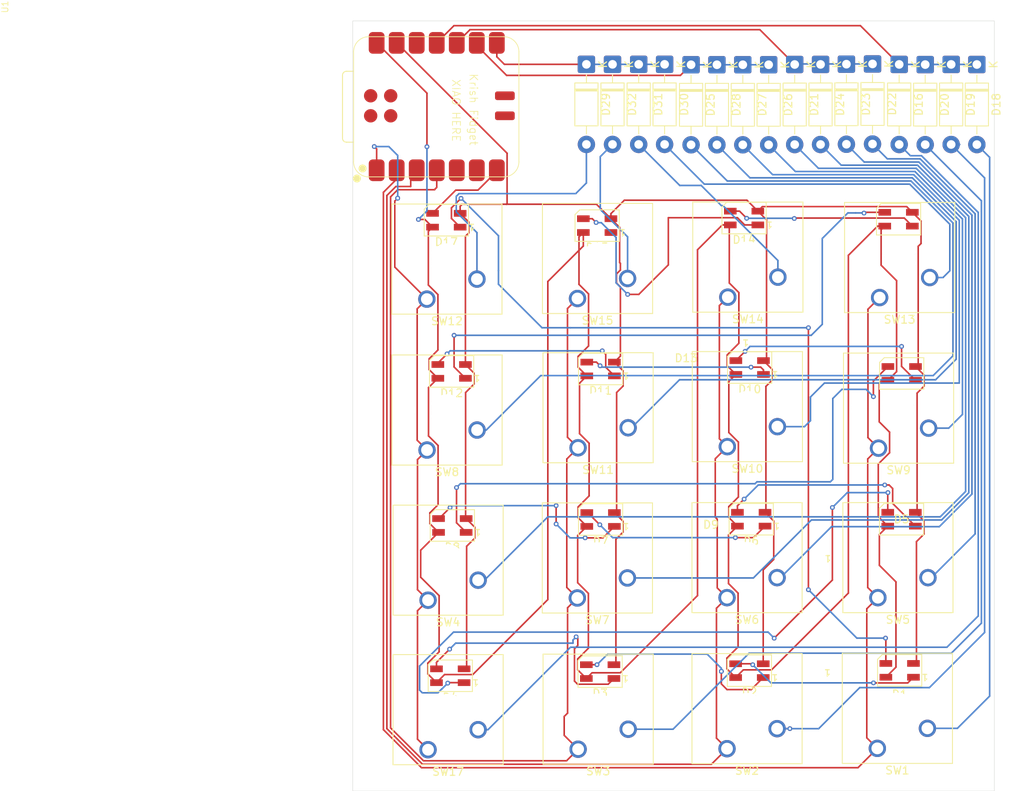
<source format=kicad_pcb>
(kicad_pcb (version 20241229) (generator "pcbnew") (generator_version "9.0")
  (layers (0 "F.Cu" signal) (2 "B.Cu" signal) (13 "F.Paste" user) (15 "B.Paste" user) (5 "F.SilkS" user "F.Silkscreen") (7 "B.SilkS" user "B.Silkscreen") (1 "F.Mask" user) (3 "B.Mask" user) (25 "Edge.Cuts" user))
  (net 0 "")
  (net 1 "Net-(D1-DIN)")
  (net 2 "+5V")
  (net 3 "GND")
  (net 4 "Net-(D1-DOUT)")
  (net 5 "Net-(D2-DOUT)")
  (net 6 "Net-(D3-DOUT)")
  (net 7 "Net-(D4-DOUT)")
  (net 8 "Net-(D5-DOUT)")
  (net 9 "Net-(D10-DIN)")
  (net 10 "Net-(D10-DOUT)")
  (net 11 "Net-(D11-DOUT)")
  (net 12 "Net-(D12-DOUT)")
  (net 13 "Net-(D13-DOUT)")
  (net 14 "Net-(D14-DOUT)")
  (net 18 "Net-(D6-DOUT)")
  (net 19 "Net-(D7-DOUT)")
  (net 20 "Net-(D8-DOUT)")
  (net 22 "ROW0")
  (net 23 "Net-(D16-A)")
  (net 24 "LED")
  (net 25 "Net-(D18-A)")
  (net 26 "Net-(D19-A)")
  (net 27 "Net-(D20-A)")
  (net 28 "ROW1")
  (net 29 "Net-(D21-A)")
  (net 30 "Net-(D22-A)")
  (net 31 "Net-(D23-A)")
  (net 32 "Net-(D24-A)")
  (net 33 "Net-(D25-A)")
  (net 34 "ROW2")
  (net 35 "Net-(D26-A)")
  (net 36 "Net-(D27-A)")
  (net 37 "Net-(D28-A)")
  (net 38 "Net-(D29-A)")
  (net 39 "ROW3")
  (net 40 "Net-(D30-A)")
  (net 41 "Net-(D31-A)")
  (net 42 "Net-(D32-A)")
  (net 43 "COL1")
  (net 44 "COL2")
  (net 45 "COL3")
  (net 46 "COL0")
  (footprint "Button_Switch_Keyboard:SW_Cherry_MX_1.00u_PCB" (layer "F.Cu") (at 77.27 80.64 180)
    (property "Reference" "SW15")
    (property "Value" "SW_Push" (hide yes))
  )
  (footprint "Button_Switch_Keyboard:SW_Cherry_MX_1.00u_PCB" (layer "F.Cu") (at 115.44 99.63 180)
    (property "Reference" "SW9")
    (property "Value" "SW_Push")
  )
  (footprint "LED_SMD:LED_SK6812MINI_PLCC4_3.5x3.5mm_P1.75mm" (layer "F.Cu") (at 99.1 89.4 180)
    (property "Reference" "D10")
    (property "Value" "SK6812MINI")
  )
  (footprint "Seeed Studio XIAO Series Library:XIAO-RP2040-SMD" (layer "F.Cu") (at 59.42 56.37 90)
    (property "Reference" "U1")
    (property "Value" "XIAO-RP2040-DIP")
  )
  (footprint "Diode_THT:D_DO-41_SOD81_P10.16mm_Horizontal" (layer "F.Cu") (at 111.37 50.91 -90)
    (property "Reference" "D23")
    (property "Value" "1N4007")
  )
  (footprint "Diode_THT:D_DO-41_SOD81_P10.16mm_Horizontal" (layer "F.Cu") (at 101.51 50.98 -90)
    (property "Reference" "D26")
    (property "Value" "1N4007")
  )
  (footprint "LED_SMD:LED_SK6812MINI_PLCC4_3.5x3.5mm_P1.75mm" (layer "F.Cu") (at 79.76 71.39 180)
    (property "Reference" "D15")
    (property "Value" "SK6812MINI" (hide yes))
  )
  (footprint "Diode_THT:D_DO-41_SOD81_P10.16mm_Horizontal" (layer "F.Cu") (at 121.36 50.96 -90)
    (property "Reference" "D20")
    (property "Value" "1N4007")
  )
  (footprint "Diode_THT:D_DO-41_SOD81_P10.16mm_Horizontal" (layer "F.Cu") (at 94.95 50.98 -90)
    (property "Reference" "D28")
    (property "Value" "1N4007")
  )
  (footprint "Button_Switch_Keyboard:SW_Cherry_MX_1.00u_PCB" (layer "F.Cu") (at 115.36 118.6 180)
    (property "Reference" "SW5")
    (property "Value" "SW_Push")
  )
  (footprint "LED_SMD:LED_SK6812MINI_PLCC4_3.5x3.5mm_P1.75mm" (layer "F.Cu") (at 99.3 108.645 180)
    (property "Reference" "D6")
    (property "Value" "SK6812MINI")
  )
  (footprint "Diode_THT:D_DO-41_SOD81_P10.16mm_Horizontal" (layer "F.Cu") (at 127.91 50.95 -90)
    (property "Reference" "D18")
    (property "Value" "1N4007")
  )
  (footprint "Diode_THT:D_DO-41_SOD81_P10.16mm_Horizontal" (layer "F.Cu") (at 124.65 50.94 -90)
    (property "Reference" "D19")
    (property "Value" "1N4007")
  )
  (footprint "LED_SMD:LED_SK6812MINI_PLCC4_3.5x3.5mm_P1.75mm" (layer "F.Cu") (at 60.64 70.71 180)
    (property "Reference" "D17")
    (property "Value" "SK6812MINI")
  )
  (footprint "Button_Switch_Keyboard:SW_Cherry_MX_1.00u_PCB" (layer "F.Cu") (at 77.35 137.83 180)
    (property "Reference" "SW3")
    (property "Value" "SW_Push")
  )
  (footprint "Button_Switch_Keyboard:SW_Cherry_MX_1.00u_PCB" (layer "F.Cu") (at 58.32 137.89 180)
    (property "Reference" "SW17")
    (property "Value" "SW_Push")
  )
  (footprint "Button_Switch_Keyboard:SW_Cherry_MX_1.00u_PCB" (layer "F.Cu") (at 96.27 99.44 180)
    (property "Reference" "SW10")
    (property "Value" "SW_Push")
  )
  (footprint "Button_Switch_Keyboard:SW_Cherry_MX_1.00u_PCB" (layer "F.Cu") (at 58.17 80.72 180)
    (property "Reference" "SW12")
    (property "Value" "SW_Push")
  )
  (footprint "LED_SMD:LED_SK6812MINI_PLCC4_3.5x3.5mm_P1.75mm" (layer "F.Cu") (at 118.36 108.645 180)
    (property "Reference" "D5")
    (property "Value" "SK6812MINI")
  )
  (footprint "Diode_THT:D_DO-41_SOD81_P10.16mm_Horizontal" (layer "F.Cu") (at 88.314816 50.93 -90)
    (property "Reference" "D30")
    (property "Value" "1N4007")
  )
  (footprint "LED_SMD:LED_SK6812MINI_PLCC4_3.5x3.5mm_P1.75mm" (layer "F.Cu") (at 80.2 108.68 180)
    (property "Reference" "D7")
    (property "Value" "SK6812MINI")
  )
  (footprint "LED_SMD:LED_SK6812MINI_PLCC4_3.5x3.5mm_P1.75mm" (layer "F.Cu") (at 118.38 90.145 180)
    (property "Reference" "D9")
    (property "Value" "SK6812MINI")
  )
  (footprint "LED_SMD:LED_SK6812MINI_PLCC4_3.5x3.5mm_P1.75mm" (layer "F.Cu") (at 61.4 109.44 180)
    (property "Reference" "D8")
    (property "Value" "SK6812MINI")
  )
  (footprint "Button_Switch_Keyboard:SW_Cherry_MX_1.00u_PCB" (layer "F.Cu") (at 115.29 137.72 180)
    (property "Reference" "SW1")
    (property "Value" "SW_Push")
  )
  (footprint "Button_Switch_Keyboard:SW_Cherry_MX_1.00u_PCB" (layer "F.Cu") (at 96.23 118.6 180)
    (property "Reference" "SW6")
    (property "Value" "SW_Push")
  )
  (footprint "Diode_THT:D_DO-41_SOD81_P10.16mm_Horizontal" (layer "F.Cu") (at 118.06 50.94 -90)
    (property "Reference" "D16")
    (property "Value" "1N4007")
  )
  (footprint "Button_Switch_Keyboard:SW_Cherry_MX_1.00u_PCB" (layer "F.Cu") (at 115.58 80.52 180)
    (property "Reference" "SW13")
    (property "Value" "SW_Push" (hide yes))
  )
  (footprint "LED_SMD:LED_SK6812MINI_PLCC4_3.5x3.5mm_P1.75mm" (layer "F.Cu") (at 117.98 70.58 180)
    (property "Reference" "D13")
    (property "Value" "SK6812MINI" (hide yes))
  )
  (footprint "Diode_THT:D_DO-41_SOD81_P10.16mm_Horizontal" (layer "F.Cu") (at 114.68 50.88 -90)
    (property "Reference" "D22")
    (property "Value" "1N4007")
  )
  (footprint "Button_Switch_Keyboard:SW_Cherry_MX_1.00u_PCB" (layer "F.Cu") (at 77.34 99.58 180)
    (property "Reference" "SW11")
    (property "Value" "SW_Push")
  )
  (footprint "Button_Switch_Keyboard:SW_Cherry_MX_1.00u_PCB" (layer "F.Cu") (at 96.33 80.47 180)
    (property "Reference" "SW14")
    (property "Value" "SW_Push" (hide yes))
  )
  (footprint "LED_SMD:LED_SK6812MINI_PLCC4_3.5x3.5mm_P1.75mm" (layer "F.Cu") (at 98.39 70.43 180)
    (property "Reference" "D14")
    (property "Value" "SK6812MINI" (hide yes))
  )
  (footprint "Diode_THT:D_DO-41_SOD81_P10.16mm_Horizontal" (layer "F.Cu") (at 98.23 50.98 -90)
    (property "Reference" "D27")
    (property "Value" "1N4007")
  )
  (footprint "LED_SMD:LED_SK6812MINI_PLCC4_3.5x3.5mm_P1.75mm" (layer "F.Cu") (at 61.31 89.89 180)
    (property "Reference" "D12")
    (property "Value" "SK6812MINI")
  )
  (footprint "Button_Switch_Keyboard:SW_Cherry_MX_1.00u_PCB" (layer "F.Cu") (at 58.19 99.87 180)
    (property "Reference" "SW8")
    (property "Value" "SW_Push")
  )
  (footprint "LED_SMD:LED_SK6812MINI_PLCC4_3.5x3.5mm_P1.75mm" (layer "F.Cu") (at 80.14 127.98 180)
    (property "Reference" "D3")
    (property "Value" "SK6812MINI")
  )
  (footprint "Diode_THT:D_DO-41_SOD81_P10.16mm_Horizontal" (layer "F.Cu") (at 108.09 50.94 -90)
    (property "Reference" "D24")
    (property "Value" "1N4007")
  )
  (footprint "LED_SMD:LED_SK6812MINI_PLCC4_3.5x3.5mm_P1.75mm" (layer "F.Cu") (at 61.14 128.505 180)
    (property "Reference" "D4")
    (property "Value" "SK6812MINI")
  )
  (footprint "LED_SMD:LED_SK6812MINI_PLCC4_3.5x3.5mm_P1.75mm" (layer "F.Cu") (at 118.12 127.82 180)
    (property "Reference" "D1")
    (property "Value" "SK6812MINI")
  )
  (footprint "Diode_THT:D_DO-41_SOD81_P10.16mm_Horizontal" (layer "F.Cu") (at 104.81 50.95 -90)
    (property "Reference" "D21")
    (property "Value" "1N4007")
  )
  (footprint "Button_Switch_Keyboard:SW_Cherry_MX_1.00u_PCB" (layer "F.Cu") (at 96.23 137.76 180)
    (property "Reference" "SW2")
    (property "Value" "SW_Push")
  )
  (footprint "Diode_THT:D_DO-41_SOD81_P10.16mm_Horizontal" (layer "F.Cu") (at 91.67 50.98 -90)
    (property "Reference" "D25")
    (property "Value" "1N4007")
  )
  (footprint "LED_SMD:LED_SK6812MINI_PLCC4_3.5x3.5mm_P1.75mm" (layer "F.Cu") (at 80.2 89.585 180)
    (property "Reference" "D11")
    (property "Value" "SK6812MINI")
  )
  (footprint "Diode_THT:D_DO-41_SOD81_P10.16mm_Horizontal" (layer "F.Cu") (at 78.4 50.93 -90)
    (property "Reference" "D29")
    (property "Value" "1N4007")
  )
  (footprint "Diode_THT:D_DO-41_SOD81_P10.16mm_Horizontal" (layer "F.Cu") (at 81.71 50.93 -90)
    (property "Reference" "D32")
    (property "Value" "1N4007")
  )
  (footprint "LED_SMD:LED_SK6812MINI_PLCC4_3.5x3.5mm_P1.75mm" (layer "F.Cu") (at 99.07 127.86 180)
    (property "Reference" "D2")
    (property "Value" "SK6812MINI")
  )
  (footprint "Button_Switch_Keyboard:SW_Cherry_MX_1.00u_PCB" (layer "F.Cu") (at 58.32 118.92 180)
    (property "Reference" "SW4")
    (property "Value" "SW_Push")
  )
  (footprint "Button_Switch_Keyboard:SW_Cherry_MX_1.00u_PCB" (layer "F.Cu") (at 77.25 118.64 180)
    (property "Reference" "SW7")
    (property "Value" "SW_Push")
  )
  (footprint "Diode_THT:D_DO-41_SOD81_P10.16mm_Horizontal" (layer "F.Cu") (at 85.03 50.93 -90)
    (property "Reference" "D31")
    (property "Value" "1N4007")
  )
  (gr_rect (start 48.77 45.42) (end 130.13 143.13) (stroke (width 0.05)) (fill no) (layer "Edge.Cuts"))
  (gr_text "Krish Fidget\n\n" (at 61.89 52.02 270) (layer "F.SilkS") (effects (font (size 1 1) (thickness 0.1)) (justify left bottom)))
  (gr_text "XIAO HERE\n" (at 61.29 52.75 270) (layer "F.SilkS") (effects (font (size 1 1) (thickness 0.1)) (justify left bottom)))
  (segment (start 106.55 117.59) (end 106.6 117.64) (width 0.2) (layer "F.Cu") (net 1))
  (segment (start 61.289 69.141) (end 62.5 67.93) (width 0.2) (layer "F.Cu") (net 1))
  (segment (start 116.37 123.77) (end 116.33 123.73) (width 0.2) (layer "F.Cu") (net 1))
  (segment (start 106.55 84.35) (end 106.55 117.59) (width 0.2) (layer "F.Cu") (net 1))
  (segment (start 116.37 126.945) (end 116.37 123.77) (width 0.2) (layer "F.Cu") (net 1))
  (segment (start 61.289 70.484) (end 61.289 69.141) (width 0.2) (layer "F.Cu") (net 1))
  (segment (start 62.39 71.585) (end 61.289 70.484) (width 0.2) (layer "F.Cu") (net 1))
  (via (at 106.55 117.59) (size 0.6) (drill 0.3) (layers "F.Cu" "B.Cu") (net 1))
  (via (at 116.33 123.73) (size 0.6) (drill 0.3) (layers "F.Cu" "B.Cu") (net 1))
  (via (at 62.5 67.93) (size 0.6) (drill 0.3) (layers "F.Cu" "B.Cu") (net 1))
  (via (at 106.55 84.35) (size 0.6) (drill 0.3) (layers "F.Cu" "B.Cu") (net 1))
  (segment (start 67.25 78.830057) (end 72.769943 84.35) (width 0.2) (layer "B.Cu") (net 1))
  (segment (start 67.25 77.09) (end 67.25 78.830057) (width 0.2) (layer "B.Cu") (net 1))
  (segment (start 112.69 123.73) (end 116.33 123.73) (width 0.2) (layer "B.Cu") (net 1))
  (segment (start 67.25 72.68) (end 67.25 77.09) (width 0.2) (layer "B.Cu") (net 1))
  (segment (start 72.769943 84.35) (end 76.37 84.35) (width 0.2) (layer "B.Cu") (net 1))
  (segment (start 106.55 117.59) (end 112.69 123.73) (width 0.2) (layer "B.Cu") (net 1))
  (segment (start 76.37 84.35) (end 106.55 84.35) (width 0.2) (layer "B.Cu") (net 1))
  (segment (start 62.5 67.93) (end 67.25 72.68) (width 0.2) (layer "B.Cu") (net 1))
  (segment (start 78.651 125.017) (end 77.289 126.379) (width 0.2) (layer "F.Cu") (net 2))
  (segment (start 77.529 91.381) (end 77.529 97.787686) (width 0.2) (layer "F.Cu") (net 2))
  (segment (start 98.295 127.76) (end 101.872 127.76) (width 0.2) (layer "F.Cu") (net 2))
  (segment (start 58.459 89.664) (end 59.56 90.765) (width 0.2) (layer "F.Cu") (net 2))
  (segment (start 96.419 116.807686) (end 97.631 118.019686) (width 0.2) (layer "F.Cu") (net 2))
  (segment (start 77.289 127.754) (end 78.39 128.855) (width 0.2) (layer "F.Cu") (net 2))
  (segment (start 92.489 74.456) (end 95.64 71.305) (width 0.2) (layer "F.Cu") (net 2))
  (segment (start 111.619 75.16253) (end 115.32653 71.455) (width 0.2) (layer "F.Cu") (net 2))
  (segment (start 116.841 97.599) (end 115.529 96.287) (width 0.2) (layer "F.Cu") (net 2))
  (segment (start 58.379 98.077686) (end 59.591 99.289686) (width 0.2) (layer "F.Cu") (net 2))
  (segment (start 77.349 87.984) (end 77.349 89.359) (width 0.2) (layer "F.Cu") (net 2))
  (segment (start 96.219 127.634) (end 97.32 128.735) (width 0.2) (layer "F.Cu") (net 2))
  (segment (start 78.39 128.855) (end 79.116 128.129) (width 0.2) (layer "F.Cu") (net 2))
  (segment (start 96.459 97.647686) (end 97.671 98.859686) (width 0.2) (layer "F.Cu") (net 2))
  (segment (start 78.741 105.687) (end 77.349 107.079) (width 0.2) (layer "F.Cu") (net 2))
  (segment (start 77.29 116.698686) (end 78.651 118.059686) (width 0.2) (layer "F.Cu") (net 2))
  (segment (start 117.731 89.919) (end 117.731 78.375816) (width 0.2) (layer "F.Cu") (net 2))
  (segment (start 115.549 114.493816) (end 115.549 110.581) (width 0.2) (layer "F.Cu") (net 2))
  (segment (start 96.249 87.799) (end 96.249 89.174) (width 0.2) (layer "F.Cu") (net 2))
  (segment (start 63.991 128.356) (end 73.509 118.838) (width 0.2) (layer "F.Cu") (net 2))
  (segment (start 60.414 128.356) (end 63.991 128.356) (width 0.2) (layer "F.Cu") (net 2))
  (segment (start 115.41 108.32) (end 115.41 101.641314) (width 0.2) (layer "F.Cu") (net 2))
  (segment (start 78.671 80.059686) (end 78.671 86.662) (width 0.2) (layer "F.Cu") (net 2))
  (segment (start 57.382 116.000686) (end 59.721 118.339686) (width 0.2) (layer "F.Cu") (net 2))
  (segment (start 73.509 118.838) (end 73.509 78.47947) (width 0.2) (layer "F.Cu") (net 2))
  (segment (start 78.45 90.46) (end 77.529 91.381) (width 0.2) (layer "F.Cu") (net 2))
  (segment (start 59.721 118.339686) (end 59.721 125.472) (width 0.2) (layer "F.Cu") (net 2))
  (segment (start 73.509 78.47947) (end 78.01 73.97847) (width 0.2) (layer "F.Cu") (net 2))
  (segment (start 58.359 78.927686) (end 59.571 80.139686) (width 0.2) (layer "F.Cu") (net 2))
  (segment (start 97.631 124.847) (end 96.219 126.259) (width 0.2) (layer "F.Cu") (net 2))
  (segment (start 97.671 105.822) (end 96.449 107.044) (width 0.2) (layer "F.Cu") (net 2))
  (segment (start 96.519 71.426) (end 96.519 78.677686) (width 0.2) (layer "F.Cu") (net 2))
  (segment (start 92.489 118.333) (end 92.489 74.456) (width 0.2) (layer "F.Cu") (net 2))
  (segment (start 97.32 128.735) (end 98.295 127.76) (width 0.2) (layer "F.Cu") (net 2))
  (segment (start 77.349 108.454) (end 78.45 109.555) (width 0.2) (layer "F.Cu") (net 2))
  (segment (start 96.219 126.259) (end 96.219 127.634) (width 0.2) (layer "F.Cu") (net 2))
  (segment (start 58.549 107.839) (end 58.549 109.214) (width 0.2) (layer "F.Cu") (net 2))
  (segment (start 97.731 79.889686) (end 97.731 86.317) (width 0.2) (layer "F.Cu") (net 2))
  (segment (start 57.382 112.583) (end 57.382 116.000686) (width 0.2) (layer "F.Cu") (net 2))
  (segment (start 77.349 107.079) (end 77.349 108.454) (width 0.2) (layer "F.Cu") (net 2))
  (segment (start 58.18 54.585) (end 58.18 61.38) (width 0.2) (layer "F.Cu") (net 2))
  (segment (start 58.289 126.904) (end 58.289 128.279) (width 0.2) (layer "F.Cu") (net 2))
  (segment (start 59.591 99.289686) (end 59.591 106.797) (width 0.2) (layer "F.Cu") (net 2))
  (segment (start 96.419 110.651) (end 96.419 116.807686) (width 0.2) (layer "F.Cu") (net 2))
  (segment (start 96.449 107.044) (end 96.449 108.419) (width 0.2) (layer "F.Cu") (net 2))
  (segment (start 79.116 128.129) (end 82.693 128.129) (width 0.2) (layer "F.Cu") (net 2))
  (segment (start 78.671 86.662) (end 77.349 87.984) (width 0.2) (layer "F.Cu") (net 2))
  (segment (start 97.55 109.52) (end 96.419 110.651) (width 0.2) (layer "F.Cu") (net 2))
  (segment (start 77.29 110.715) (end 77.29 116.698686) (width 0.2) (layer "F.Cu") (net 2))
  (segment (start 115.769 71.916) (end 116.23 71.455) (width 0.2) (layer "F.Cu") (net 2))
  (segment (start 57.915 70.61) (end 57.1 70.61) (width 0.2) (layer "F.Cu") (net 2))
  (segment (start 59.571 80.139686) (end 59.571 87.177) (width 0.2) (layer "F.Cu") (net 2))
  (segment (start 78.45 109.555) (end 77.29 110.715) (width 0.2) (layer "F.Cu") (net 2))
  (segment (start 97.631 118.019686) (end 97.631 124.847) (width 0.2) (layer "F.Cu") (net 2))
  (segment (start 117.65 116.594816) (end 115.549 114.493816) (width 0.2) (layer "F.Cu") (net 2))
  (segment (start 111.619 118.013) (end 111.619 75.16253) (width 0.2) (layer "F.Cu") (net 2))
  (segment (start 116.63 91.02) (end 115.87 91.02) (width 0.2) (layer "F.Cu") (net 2))
  (segment (start 78.01 73.97847) (end 78.01 72.265) (width 0.2) (layer "F.Cu") (net 2))
  (segment (start 116.63 91.02) (end 117.731 89.919) (width 0.2) (layer "F.Cu") (net 2))
  (segment (start 82.693 128.129) (end 92.489 118.333) (width 0.2) (layer "F.Cu") (net 2))
  (segment (start 115.32653 71.455) (end 116.23 71.455) (width 0.2) (layer "F.Cu") (net 2))
  (segment (start 117.65 127.415) (end 117.65 116.594816) (width 0.2) (layer "F.Cu") (net 2))
  (segment (start 101.872 127.76) (end 111.619 118.013) (width 0.2) (layer "F.Cu") (net 2))
  (segment (start 96.249 89.174) (end 97.35 90.275) (width 0.2) (layer "F.Cu") (net 2))
  (segment (start 58.459 88.289) (end 58.459 89.664) (width 0.2) (layer "F.Cu") (net 2))
  (segment (start 58.18 61.38) (end 58.18 61.49) (width 0.2) (layer "F.Cu") (net 2))
  (segment (start 77.459 72.816) (end 77.459 78.847686) (width 0.2) (layer "F.Cu") (net 2))
  (segment (start 58.549 109.214) (end 59.65 110.315) (width 0.2) (layer "F.Cu") (net 2))
  (segment (start 59.591 106.797) (end 58.549 107.839) (width 0.2) (layer "F.Cu") (net 2))
  (segment (start 77.349 89.359) (end 78.45 90.46) (width 0.2) (layer "F.Cu") (net 2))
  (segment (start 58.359 72.116) (end 58.359 78.927686) (width 0.2) (layer "F.Cu") (net 2))
  (segment (start 115.529 96.287) (end 115.529 91.361) (width 0.2) (layer "F.Cu") (net 2))
  (segment (start 58.89 71.585) (end 58.359 72.116) (width 0.2) (layer "F.Cu") (net 2))
  (segment (start 96.449 108.419) (end 97.55 109.52) (width 0.2) (layer "F.Cu") (net 2))
  (segment (start 59.571 87.177) (end 58.459 88.289) (width 0.2) (layer "F.Cu") (net 2))
  (segment (start 96.64 71.305) (end 96.519 71.426) (width 0.2) (layer "F.Cu") (net 2))
  (segment (start 115.41 101.641314) (end 116.841 100.210314) (width 0.2) (layer "F.Cu") (net 2))
  (segment (start 77.529 97.787686) (end 78.741 98.999686) (width 0.2) (layer "F.Cu") (net 2))
  (segment (start 115.549 110.581) (end 116.61 109.52) (width 0.2) (layer "F.Cu") (net 2))
  (segment (start 95.64 71.305) (end 96.64 71.305) (width 0.2) (layer "F.Cu") (net 2))
  (segment (start 115.87 91.02) (end 115.529 91.361) (width 0.2) (layer "F.Cu") (net 2))
  (segment (start 116.61 109.52) (end 115.41 108.32) (width 0.2) (layer "F.Cu") (net 2))
  (segment (start 97.671 98.859686) (end 97.671 105.822) (width 0.2) (layer "F.Cu") (net 2))
  (segment (start 97.35 90.275) (end 96.459 91.166) (width 0.2) (layer "F.Cu") (net 2))
  (segment (start 58.89 71.585) (end 57.915 70.61) (width 0.2) (layer "F.Cu") (net 2))
  (segment (start 116.37 128.695) (end 117.65 127.415) (width 0.2) (layer "F.Cu") (net 2))
  (segment (start 78.741 98.999686) (end 78.741 105.687) (width 0.2) (layer "F.Cu") (net 2))
  (segment (start 59.721 125.472) (end 58.289 126.904) (width 0.2) (layer "F.Cu") (net 2))
  (segment (start 78.651 118.059686) (end 78.651 125.017) (width 0.2) (layer "F.Cu") (net 2))
  (segment (start 78.01 72.265) (end 77.459 72.816) (width 0.2) (layer "F.Cu") (net 2))
  (segment (start 58.379 91.946) (end 58.379 98.077686) (width 0.2) (layer "F.Cu") (net 2))
  (segment (start 59.39 129.38) (end 60.414 128.356) (width 0.2) (layer "F.Cu") (net 2))
  (segment (start 96.459 91.166) (end 96.459 97.647686) (width 0.2) (layer "F.Cu") (net 2))
  (segment (start 116.841 100.210314) (end 116.841 97.599) (width 0.2) (layer "F.Cu") (net 2))
  (segment (start 96.519 78.677686) (end 97.731 79.889686) (width 0.2) (layer "F.Cu") (net 2))
  (segment (start 117.731 78.375816) (end 115.769 76.413816) (width 0.2) (layer "F.Cu") (net 2))
  (segment (start 59.56 90.765) (end 58.379 91.946) (width 0.2) (layer "F.Cu") (net 2))
  (segment (start 59.65 110.315) (end 57.382 112.583) (width 0.2) (layer "F.Cu") (net 2))
  (segment (start 77.459 78.847686) (end 78.671 80.059686) (width 0.2) (layer "F.Cu") (net 2))
  (segment (start 77.289 126.379) (end 77.289 127.754) (width 0.2) (layer "F.Cu") (net 2))
  (segment (start 115.769 76.413816) (end 115.769 71.916) (width 0.2) (layer "F.Cu") (net 2))
  (segment (start 97.731 86.317) (end 96.249 87.799) (width 0.2) (layer "F.Cu") (net 2))
  (segment (start 51.8 48.205) (end 58.18 54.585) (width 0.2) (layer "F.Cu") (net 2))
  (segment (start 58.289 128.279) (end 59.39 129.38) (width 0.2) (layer "F.Cu") (net 2))
  (via (at 57.1 70.61) (size 0.6) (drill 0.3) (layers "F.Cu" "B.Cu") (net 2))
  (via (at 58.18 61.38) (size 0.6) (drill 0.3) (layers "F.Cu" "B.Cu") (net 2))
  (segment (start 58.18 61.38) (end 58.18 69.53) (width 0.2) (layer "B.Cu") (net 2))
  (segment (start 58.18 69.53) (end 57.1 70.61) (width 0.2) (layer "B.Cu") (net 2))
  (segment (start 120.831 70.806) (end 119.73 69.705) (width 0.2) (layer "F.Cu") (net 3))
  (segment (start 120.471 88.929) (end 120.471 74.023) (width 0.2) (layer "F.Cu") (net 3))
  (segment (start 121.231 91.746) (end 121.231 90.371) (width 0.2) (layer "F.Cu") (net 3))
  (segment (start 63.211 127.309) (end 63.211 112.081) (width 0.2) (layer "F.Cu") (net 3))
  (segment (start 101.951 91.001) (end 101.951 89.626) (width 0.2) (layer "F.Cu") (net 3))
  (segment (start 63.081 92.571) (end 64.161 91.491) (width 0.2) (layer "F.Cu") (net 3))
  (segment (start 63.06 72.742) (end 63.491 72.311) (width 0.2) (layer "F.Cu") (net 3))
  (segment (start 120.471 74.023) (end 120.831 73.663) (width 0.2) (layer "F.Cu") (net 3))
  (segment (start 100.82 115.08) (end 100.82 126.985) (width 0.2) (layer "F.Cu") (net 3))
  (segment (start 101.161 107.659) (end 101.161 91.791) (width 0.2) (layer "F.Cu") (net 3))
  (segment (start 101.05 107.77) (end 102.151 108.871) (width 0.2) (layer "F.Cu") (net 3))
  (segment (start 64.161 91.491) (end 64.161 90.116) (width 0.2) (layer "F.Cu") (net 3))
  (segment (start 83.21 68.17) (end 81.51 69.87) (width 0.2) (layer "F.Cu") (net 3))
  (segment (start 64.251 109.666) (end 63.15 108.565) (width 0.2) (layer "F.Cu") (net 3))
  (segment (start 82.219 78.680314) (end 82.219 77.519686) (width 0.2) (layer "F.Cu") (net 3))
  (segment (start 120.11 107.77) (end 120.331 107.549) (width 0.2) (layer "F.Cu") (net 3))
  (segment (start 63.06 89.015) (end 63.06 72.742) (width 0.2) (layer "F.Cu") (net 3))
  (segment (start 82.71 87.95) (end 82.71 79.171314) (width 0.2) (layer "F.Cu") (net 3))
  (segment (start 63.211 112.081) (end 64.251 111.041) (width 0.2) (layer "F.Cu") (net 3))
  (segment (start 64.251 111.041) (end 64.251 109.666) (width 0.2) (layer "F.Cu") (net 3))
  (segment (start 83.051 91.748) (end 83.051 89.811) (width 0.2) (layer "F.Cu") (net 3))
  (segment (start 63.081 108.496) (end 63.081 92.571) (width 0.2) (layer "F.Cu") (net 3))
  (segment (start 120.331 92.646) (end 121.231 91.746) (width 0.2) (layer "F.Cu") (net 3))
  (segment (start 100.14 69.555) (end 101.241 70.656) (width 0.2) (layer "F.Cu") (net 3))
  (segment (start 68.27 68.68) (end 62.55 68.68) (width 0.2) (layer "F.Cu") (net 3))
  (segment (start 101.05 107.77) (end 101.161 107.659) (width 0.2) (layer "F.Cu") (net 3))
  (segment (start 54.34 48.205) (end 68.341 62.206) (width 0.2) (layer "F.Cu") (net 3))
  (segment (start 81.95 88.71) (end 82.71 87.95) (width 0.2) (layer "F.Cu") (net 3))
  (segment (start 63.491 70.936) (end 62.39 69.835) (width 0.2) (layer "F.Cu") (net 3))
  (segment (start 82.71 77.028686) (end 82.71 76.182816) (width 0.2) (layer "F.Cu") (net 3))
  (segment (start 82.141 111.191) (end 83.051 110.281) (width 0.2) (layer "F.Cu") (net 3))
  (segment (start 101.161 91.791) (end 101.951 91.001) (width 0.2) (layer "F.Cu") (net 3))
  (segment (start 82.71 76.182816) (end 82.611 76.083816) (width 0.2) (layer "F.Cu") (net 3))
  (segment (start 82.611 76.083816) (end 82.611 71.616) (width 0.2) (layer "F.Cu") (net 3))
  (segment (start 100.14 69.555) (end 100.716 68.979) (width 0.2) (layer "F.Cu") (net 3))
  (segment (start 120.251 111.488) (end 121.211 110.528) (width 0.2) (layer "F.Cu") (net 3))
  (segment (start 82.231 107.524) (end 82.231 92.568) (width 0.2) (layer "F.Cu") (net 3))
  (segment (start 119.004 68.979) (end 119.73 69.705) (width 0.2) (layer "F.Cu") (net 3))
  (segment (start 120.13 89.27) (end 120.471 88.929) (width 0.2) (layer "F.Cu") (net 3))
  (segment (start 83.051 108.906) (end 81.95 107.805) (width 0.2) (layer "F.Cu") (net 3))
  (segment (start 81.89 127.105) (end 82.141 126.854) (width 0.2) (layer "F.Cu") (net 3))
  (segment (start 62.55 68.68) (end 62.55 68.78) (width 0.2) (layer "F.Cu") (net 3))
  (segment (start 102.151 113.749) (end 100.82 115.08) (width 0.2) (layer "F.Cu") (net 3))
  (segment (start 101.241 88.134) (end 100.85 88.525) (width 0.2) (layer "F.Cu") (net 3))
  (segment (start 83.051 110.281) (end 83.051 108.906) (width 0.2) (layer "F.Cu") (net 3))
  (segment (start 82.231 92.568) (end 83.051 91.748) (width 0.2) (layer "F.Cu") (net 3))
  (segment (start 62.39 68.94) (end 62.39 69.835) (width 0.2) (layer "F.Cu") (net 3))
  (segment (start 64.161 90.116) (end 63.06 89.015) (width 0.2) (layer "F.Cu") (net 3))
  (segment (start 81.51 69.87) (end 81.51 70.515) (width 0.2) (layer "F.Cu") (net 3))
  (segment (start 79.675 68.68) (end 68.27 68.68) (width 0.2) (layer "F.Cu") (net 3))
  (segment (start 82.611 71.616) (end 81.51 70.515) (width 0.2) (layer "F.Cu") (net 3))
  (segment (start 102.151 108.871) (end 102.151 113.749) (width 0.2) (layer "F.Cu") (net 3))
  (segment (start 121.231 90.371) (end 120.13 89.27) (width 0.2) (layer "F.Cu") (net 3))
  (segment (start 120.251 126.564) (end 120.251 111.488) (width 0.2) (layer "F.Cu") (net 3))
  (segment (start 121.211 110.528) (end 121.211 108.871) (width 0.2) (layer "F.Cu") (net 3))
  (segment (start 121.211 108.871) (end 120.11 107.77) (width 0.2) (layer "F.Cu") (net 3))
  (segment (start 83.051 89.811) (end 81.95 88.71) (width 0.2) (layer "F.Cu") (net 3))
  (segment (start 62.55 68.78) (end 62.39 68.94) (width 0.2) (layer "F.Cu") (net 3))
  (segment (start 81.95 107.805) (end 82.231 107.524) (width 0.2) (layer "F.Cu") (net 3))
  (segment (start 68.341 62.206) (end 68.341 68.609) (width 0.2) (layer "F.Cu") (net 3))
  (segment (start 119.87 126.945) (end 120.251 126.564) (width 0.2) (layer "F.Cu") (net 3))
  (segment (start 82.219 77.519686) (end 82.71 77.028686) (width 0.2) (layer "F.Cu") (net 3))
  (segment (start 100.716 68.979) (end 119.004 68.979) (width 0.2) (layer "F.Cu") (net 3))
  (segment (start 101.241 70.656) (end 101.241 88.134) (width 0.2) (layer "F.Cu") (net 3))
  (segment (start 120.331 107.549) (end 120.331 92.646) (width 0.2) (layer "F.Cu") (net 3))
  (segment (start 101.951 89.626) (end 100.85 88.525) (width 0.2) (layer "F.Cu") (net 3))
  (segment (start 81.51 70.515) (end 79.675 68.68) (width 0.2) (layer "F.Cu") (net 3))
  (segment (start 82.71 79.171314) (end 82.219 78.680314) (width 0.2) (layer "F.Cu") (net 3))
  (segment (start 63.15 108.565) (end 63.081 108.496) (width 0.2) (layer "F.Cu") (net 3))
  (segment (start 62.89 127.63) (end 63.211 127.309) (width 0.2) (layer "F.Cu") (net 3))
  (segment (start 100.14 69.555) (end 98.755 68.17) (width 0.2) (layer "F.Cu") (net 3))
  (segment (start 98.755 68.17) (end 83.21 68.17) (width 0.2) (layer "F.Cu") (net 3))
  (segment (start 68.341 68.609) (end 68.27 68.68) (width 0.2) (layer "F.Cu") (net 3))
  (segment (start 82.141 126.854) (end 82.141 111.191) (width 0.2) (layer "F.Cu") (net 3))
  (segment (start 63.491 72.311) (end 63.491 70.936) (width 0.2) (layer "F.Cu") (net 3))
  (segment (start 120.831 73.663) (end 120.831 70.806) (width 0.2) (layer "F.Cu") (net 3))
  (segment (start 114.811 129.421) (end 114.8 129.41) (width 0.2) (layer "F.Cu") (net 4))
  (segment (start 119.144 129.421) (end 114.811 129.421) (width 0.2) (layer "F.Cu") (net 4))
  (segment (start 119.87 128.695) (end 119.144 129.421) (width 0.2) (layer "F.Cu") (net 4))
  (segment (start 99.365 126.985) (end 97.32 126.985) (width 0.2) (layer "F.Cu") (net 4))
  (segment (start 99.49 127.11) (end 99.365 126.985) (width 0.2) (layer "F.Cu") (net 4))
  (via (at 99.49 127.11) (size 0.6) (drill 0.3) (layers "F.Cu" "B.Cu") (net 4))
  (via (at 114.8 129.41) (size 0.6) (drill 0.3) (layers "F.Cu" "B.Cu") (net 4))
  (segment (start 101.79 129.41) (end 99.49 127.11) (width 0.2) (layer "B.Cu") (net 4))
  (segment (start 114.8 129.41) (end 101.79 129.41) (width 0.2) (layer "B.Cu") (net 4))
  (segment (start 79.74 127.105) (end 79.845 127.105) (width 0.2) (layer "F.Cu") (net 5))
  (segment (start 95.51 127.95) (end 95.51 129.54) (width 0.2) (layer "F.Cu") (net 5))
  (segment (start 96.23 130.26) (end 99.295 130.26) (width 0.2) (layer "F.Cu") (net 5))
  (segment (start 78.39 127.105) (end 79.74 127.105) (width 0.2) (layer "F.Cu") (net 5))
  (segment (start 99.295 130.26) (end 100.82 128.735) (width 0.2) (layer "F.Cu") (net 5))
  (segment (start 95.51 129.54) (end 96.23 130.26) (width 0.2) (layer "F.Cu") (net 5))
  (segment (start 79.845 127.105) (end 79.86 127.09) (width 0.2) (layer "F.Cu") (net 5))
  (via (at 95.51 127.95) (size 0.6) (drill 0.3) (layers "F.Cu" "B.Cu") (net 5))
  (via (at 79.74 127.105) (size 0.6) (drill 0.3) (layers "F.Cu" "B.Cu") (net 5))
  (via (at 95.51 127.95) (size 0.6) (drill 0.3) (layers "F.Cu" "B.Cu") (net 5))
  (segment (start 95.51 127.56) (end 95.51 127.95) (width 0.2) (layer "B.Cu") (net 5))
  (segment (start 93.71 125.76) (end 95.51 127.56) (width 0.2) (layer "B.Cu") (net 5))
  (segment (start 81.085 125.76) (end 93.71 125.76) (width 0.2) (layer "B.Cu") (net 5))
  (segment (start 79.74 127.105) (end 81.085 125.76) (width 0.2) (layer "B.Cu") (net 5))
  (segment (start 95.51 128.1) (end 95.4 128.1) (width 0.2) (layer "B.Cu") (net 5))
  (segment (start 95.51 127.95) (end 95.51 128.1) (width 0.2) (layer "B.Cu") (net 5))
  (segment (start 81.164 129.581) (end 77.289 129.581) (width 0.2) (layer "F.Cu") (net 6))
  (segment (start 76.888 129.18) (end 76.888 125.082) (width 0.2) (layer "F.Cu") (net 6))
  (segment (start 77.31 123.78) (end 77.1 123.57) (width 0.2) (layer "F.Cu") (net 6))
  (segment (start 77.31 124.66) (end 77.31 123.78) (width 0.2) (layer "F.Cu") (net 6))
  (segment (start 76.888 125.082) (end 77.31 124.66) (width 0.2) (layer "F.Cu") (net 6))
  (segment (start 77.289 129.581) (end 76.888 129.18) (width 0.2) (layer "F.Cu") (net 6))
  (segment (start 59.39 126.8) (end 61.06 125.13) (width 0.2) (layer "F.Cu") (net 6))
  (segment (start 59.39 127.63) (end 59.39 126.8) (width 0.2) (layer "F.Cu") (net 6))
  (segment (start 81.89 128.855) (end 81.164 129.581) (width 0.2) (layer "F.Cu") (net 6))
  (via (at 77.1 123.57) (size 0.6) (drill 0.3) (layers "F.Cu" "B.Cu") (net 6))
  (via (at 61.06 125.13) (size 0.6) (drill 0.3) (layers "F.Cu" "B.Cu") (net 6))
  (segment (start 61.06 125.13) (end 61.82 124.37) (width 0.2) (layer "B.Cu") (net 6))
  (segment (start 77.1 123.57) (end 76.7 123.97) (width 0.2) (layer "B.Cu") (net 6))
  (segment (start 61.82 124.37) (end 76.7 124.37) (width 0.2) (layer "B.Cu") (net 6))
  (segment (start 76.7 123.97) (end 76.7 124.37) (width 0.2) (layer "B.Cu") (net 6))
  (segment (start 109.59 107.16) (end 109.59 116.36) (width 0.2) (layer "F.Cu") (net 7))
  (segment (start 62.89 129.38) (end 60.88 129.38) (width 0.2) (layer "F.Cu") (net 7))
  (segment (start 109.59 116.36) (end 102.21 123.74) (width 0.2) (layer "F.Cu") (net 7))
  (segment (start 116.61 107.77) (end 116.61 105.29) (width 0.2) (layer "F.Cu") (net 7))
  (segment (start 116.61 105.29) (end 116.63 105.27) (width 0.2) (layer "F.Cu") (net 7))
  (segment (start 60.88 129.38) (end 60.82 129.44) (width 0.2) (layer "F.Cu") (net 7))
  (via (at 109.59 107.16) (size 0.6) (drill 0.3) (layers "F.Cu" "B.Cu") (net 7))
  (via (at 60.82 129.44) (size 0.6) (drill 0.3) (layers "F.Cu" "B.Cu") (net 7))
  (via (at 116.63 105.27) (size 0.6) (drill 0.3) (layers "F.Cu" "B.Cu") (net 7))
  (via (at 102.21 123.74) (size 0.6) (drill 0.3) (layers "F.Cu" "B.Cu") (net 7))
  (segment (start 116.63 105.27) (end 111.48 105.27) (width 0.2) (layer "B.Cu") (net 7))
  (segment (start 60.08 130.18) (end 60.82 129.44) (width 0.2) (layer "B.Cu") (net 7))
  (segment (start 111.48 105.27) (end 109.59 107.16) (width 0.2) (layer "B.Cu") (net 7))
  (segment (start 59.57 130.67) (end 60.06 130.18) (width 0.2) (layer "B.Cu") (net 7))
  (segment (start 102.21 123.74) (end 101.439 122.969) (width 0.2) (layer "B.Cu") (net 7))
  (segment (start 57.25 127.27) (end 57.25 130.33) (width 0.2) (layer "B.Cu") (net 7))
  (segment (start 60.06 130.18) (end 60.08 130.18) (width 0.2) (layer "B.Cu") (net 7))
  (segment (start 101.439 122.969) (end 61.551 122.969) (width 0.2) (layer "B.Cu") (net 7))
  (segment (start 57.59 130.67) (end 59.57 130.67) (width 0.2) (layer "B.Cu") (net 7))
  (segment (start 57.25 130.33) (end 57.59 130.67) (width 0.2) (layer "B.Cu") (net 7))
  (segment (start 61.551 122.969) (end 57.25 127.27) (width 0.2) (layer "B.Cu") (net 7))
  (segment (start 120.11 109.52) (end 117.231 106.641) (width 0.2) (layer "F.Cu") (net 8))
  (segment (start 117.231 104.751) (end 116.77 104.29) (width 0.2) (layer "F.Cu") (net 8))
  (segment (start 117.231 106.641) (end 117.231 104.751) (width 0.2) (layer "F.Cu") (net 8))
  (segment (start 116.36 104.3) (end 116.23 104.3) (width 0.2) (layer "F.Cu") (net 8))
  (segment (start 116.76 104.3) (end 116.36 104.3) (width 0.2) (layer "F.Cu") (net 8))
  (segment (start 97.55 107.77) (end 97.55 106.94) (width 0.2) (layer "F.Cu") (net 8))
  (segment (start 97.55 106.94) (end 98.4 106.09) (width 0.2) (layer "F.Cu") (net 8))
  (segment (start 116.77 104.29) (end 116.76 104.3) (width 0.2) (layer "F.Cu") (net 8))
  (via (at 116.23 104.3) (size 0.6) (drill 0.3) (layers "F.Cu" "B.Cu") (net 8))
  (via (at 98.4 106.09) (size 0.6) (drill 0.3) (layers "F.Cu" "B.Cu") (net 8))
  (segment (start 116.23 104.3) (end 100.19 104.3) (width 0.2) (layer "B.Cu") (net 8))
  (segment (start 100.19 104.3) (end 98.4 106.09) (width 0.2) (layer "B.Cu") (net 8))
  (segment (start 118.36 89.25) (end 118.36 86.72) (width 0.2) (layer "F.Cu") (net 9))
  (segment (start 97.35 88.525) (end 97.35 88.52) (width 0.2) (layer "F.Cu") (net 9))
  (segment (start 120.13 91.02) (end 118.36 89.25) (width 0.2) (layer "F.Cu") (net 9))
  (segment (start 97.35 88.52) (end 98.52 87.35) (width 0.2) (layer "F.Cu") (net 9))
  (via (at 118.36 86.72) (size 0.6) (drill 0.3) (layers "F.Cu" "B.Cu") (net 9))
  (via (at 98.52 87.35) (size 0.6) (drill 0.3) (layers "F.Cu" "B.Cu") (net 9))
  (segment (start 118.36 86.72) (end 99.15 86.72) (width 0.2) (layer "B.Cu") (net 9))
  (segment (start 99.15 86.72) (end 98.52 87.35) (width 0.2) (layer "B.Cu") (net 9))
  (segment (start 99.27 89.35) (end 99.25 89.35) (width 0.2) (layer "F.Cu") (net 10))
  (segment (start 100.5 89.35) (end 99.27 89.35) (width 0.2) (layer "F.Cu") (net 10))
  (segment (start 100.85 89.7) (end 100.5 89.35) (width 0.2) (layer "F.Cu") (net 10))
  (segment (start 79.67 88.71) (end 80.135 89.175) (width 0.2) (layer "F.Cu") (net 10))
  (segment (start 78.45 88.71) (end 79.67 88.71) (width 0.2) (layer "F.Cu") (net 10))
  (segment (start 100.85 90.275) (end 100.85 89.7) (width 0.2) (layer "F.Cu") (net 10))
  (via (at 80.135 89.175) (size 0.6) (drill 0.3) (layers "F.Cu" "B.Cu") (net 10))
  (via (at 99.27 89.35) (size 0.6) (drill 0.3) (layers "F.Cu" "B.Cu") (net 10))
  (segment (start 80.135 89.175) (end 80.1 89.14) (width 0.2) (layer "B.Cu") (net 10))
  (segment (start 80.31 89.35) (end 80.135 89.175) (width 0.2) (layer "B.Cu") (net 10))
  (segment (start 99.27 89.35) (end 80.31 89.35) (width 0.2) (layer "B.Cu") (net 10))
  (segment (start 59.56 88.84) (end 60.73 87.67) (width 0.2) (layer "F.Cu") (net 11))
  (segment (start 80.849 87.719) (end 80.42 87.29) (width 0.2) (layer "F.Cu") (net 11))
  (segment (start 81.95 90.46) (end 80.849 89.359) (width 0.2) (layer "F.Cu") (net 11))
  (segment (start 80.42 87.29) (end 80.41 87.28) (width 0.2) (layer "F.Cu") (net 11))
  (segment (start 80.849 89.359) (end 80.849 87.719) (width 0.2) (layer "F.Cu") (net 11))
  (segment (start 59.56 89.015) (end 59.56 88.84) (width 0.2) (layer "F.Cu") (net 11))
  (via (at 60.73 87.67) (size 0.6) (drill 0.3) (layers "F.Cu" "B.Cu") (net 11))
  (via (at 80.41 87.28) (size 0.6) (drill 0.3) (layers "F.Cu" "B.Cu") (net 11))
  (segment (start 61.12 87.28) (end 60.73 87.67) (width 0.2) (layer "B.Cu") (net 11))
  (segment (start 60.73 87.67) (end 60.7 87.7) (width 0.2) (layer "B.Cu") (net 11))
  (segment (start 80.41 87.28) (end 61.12 87.28) (width 0.2) (layer "B.Cu") (net 11))
  (segment (start 61.62 85.31) (end 61.62 85.29) (width 0.2) (layer "F.Cu") (net 12))
  (segment (start 61.62 89.325) (end 61.62 85.31) (width 0.2) (layer "F.Cu") (net 12))
  (segment (start 63.06 90.765) (end 61.62 89.325) (width 0.2) (layer "F.Cu") (net 12))
  (segment (start 113.695 69.705) (end 113.6 69.8) (width 0.2) (layer "F.Cu") (net 12))
  (segment (start 116.23 69.705) (end 113.695 69.705) (width 0.2) (layer "F.Cu") (net 12))
  (via (at 113.6 69.8) (size 0.6) (drill 0.3) (layers "F.Cu" "B.Cu") (net 12))
  (via (at 61.62 85.31) (size 0.6) (drill 0.3) (layers "F.Cu" "B.Cu") (net 12))
  (segment (start 111.554 69.78) (end 112.54 69.78) (width 0.2) (layer "B.Cu") (net 12))
  (segment (start 113.58 69.78) (end 113.6 69.8) (width 0.2) (layer "B.Cu") (net 12))
  (segment (start 108.31 83.91) (end 108.31 73.024) (width 0.2) (layer "B.Cu") (net 12))
  (segment (start 106.91 85.31) (end 108.31 83.91) (width 0.2) (layer "B.Cu") (net 12))
  (segment (start 108.31 73.024) (end 111.554 69.78) (width 0.2) (layer "B.Cu") (net 12))
  (segment (start 112.54 69.78) (end 113.58 69.78) (width 0.2) (layer "B.Cu") (net 12))
  (segment (start 61.62 85.31) (end 106.91 85.31) (width 0.2) (layer "B.Cu") (net 12))
  (segment (start 104.819 70.431) (end 104.76 70.49) (width 0.2) (layer "F.Cu") (net 13))
  (segment (start 104.76 70.49) (end 104.75 70.5) (width 0.2) (layer "F.Cu") (net 13))
  (segment (start 96.64 69.555) (end 97.815 69.555) (width 0.2) (layer "F.Cu") (net 13))
  (segment (start 119.73 71.455) (end 118.706 70.431) (width 0.2) (layer "F.Cu") (net 13))
  (segment (start 97.815 69.555) (end 98.72 70.46) (width 0.2) (layer "F.Cu") (net 13))
  (segment (start 118.706 70.431) (end 104.819 70.431) (width 0.2) (layer "F.Cu") (net 13))
  (via (at 104.76 70.49) (size 0.6) (drill 0.3) (layers "F.Cu" "B.Cu") (net 13))
  (via (at 98.72 70.46) (size 0.6) (drill 0.3) (layers "F.Cu" "B.Cu") (net 13))
  (segment (start 104.76 70.49) (end 104.73 70.46) (width 0.2) (layer "B.Cu") (net 13))
  (segment (start 104.73 70.46) (end 98.72 70.46) (width 0.2) (layer "B.Cu") (net 13))
  (segment (start 83.63 80.12) (end 83.59 80.16) (width 0.2) (layer "F.Cu") (net 14))
  (segment (start 100.14 71.305) (end 98.467 71.305) (width 0.2) (layer "F.Cu") (net 14))
  (segment (start 85.04 80.12) (end 83.63 80.12) (width 0.2) (layer "F.Cu") (net 14))
  (segment (start 78.01 70.515) (end 79.145 70.515) (width 0.2) (layer "F.Cu") (net 14))
  (segment (start 98.467 71.305) (end 97.552 70.39) (width 0.2) (layer "F.Cu") (net 14))
  (segment (start 88.79 76.37) (end 85.04 80.12) (width 0.2) (layer "F.Cu") (net 14))
  (segment (start 88.79 70.39) (end 88.79 76.37) (width 0.2) (layer "F.Cu") (net 14))
  (segment (start 79.145 70.515) (end 79.63 71) (width 0.2) (layer "F.Cu") (net 14))
  (segment (start 97.552 70.39) (end 88.79 70.39) (width 0.2) (layer "F.Cu") (net 14))
  (via (at 79.63 71) (size 0.6) (drill 0.3) (layers "F.Cu" "B.Cu") (net 14))
  (via (at 83.63 80.12) (size 0.6) (drill 0.3) (layers "F.Cu" "B.Cu") (net 14))
  (segment (start 82.161 78.651) (end 82.161 72.891) (width 0.2) (layer "B.Cu") (net 14))
  (segment (start 83.63 80.12) (end 82.161 78.651) (width 0.2) (layer "B.Cu") (net 14))
  (segment (start 80.29 71.02) (end 82.161 72.891) (width 0.2) (layer "B.Cu") (net 14))
  (segment (start 79.65 71.02) (end 80.29 71.02) (width 0.2) (layer "B.Cu") (net 14))
  (segment (start 79.63 71) (end 79.65 71.02) (width 0.2) (layer "B.Cu") (net 14))
  (segment (start 101.05 109.52) (end 99.59 110.98) (width 0.2) (layer "F.Cu") (net 18))
  (segment (start 78.45 107.805) (end 78.555 107.805) (width 0.2) (layer "F.Cu") (net 18))
  (segment (start 78.555 107.805) (end 80.1 109.35) (width 0.2) (layer "F.Cu") (net 18))
  (segment (start 99.59 110.98) (end 97.29 110.98) (width 0.2) (layer "F.Cu") (net 18))
  (via (at 97.29 110.98) (size 0.6) (drill 0.3) (layers "F.Cu" "B.Cu") (net 18))
  (via (at 80.1 109.35) (size 0.6) (drill 0.3) (layers "F.Cu" "B.Cu") (net 18))
  (segment (start 81.73 110.98) (end 80.1 109.35) (width 0.2) (layer "B.Cu") (net 18))
  (segment (start 97.29 110.98) (end 81.73 110.98) (width 0.2) (layer "B.Cu") (net 18))
  (segment (start 74.56 109.25) (end 74.56 106.92) (width 0.2) (layer "F.Cu") (net 19))
  (segment (start 80.495 111.01) (end 78.24 111.01) (width 0.2) (layer "F.Cu") (net 19))
  (segment (start 59.65 108.565) (end 59.715 108.565) (width 0.2) (layer "F.Cu") (net 19))
  (segment (start 74.56 106.92) (end 74.58 106.9) (width 0.2) (layer "F.Cu") (net 19))
  (segment (start 59.715 108.565) (end 61.11 107.17) (width 0.2) (layer "F.Cu") (net 19))
  (segment (start 81.95 109.555) (end 80.495 111.01) (width 0.2) (layer "F.Cu") (net 19))
  (via (at 61.11 107.17) (size 0.6) (drill 0.3) (layers "F.Cu" "B.Cu") (net 19))
  (via (at 74.56 106.92) (size 0.6) (drill 0.3) (layers "F.Cu" "B.Cu") (net 19))
  (via (at 74.56 109.25) (size 0.6) (drill 0.3) (layers "F.Cu" "B.Cu") (net 19))
  (via (at 78.24 111.01) (size 0.6) (drill 0.3) (layers "F.Cu" "B.Cu") (net 19))
  (segment (start 76.32 111.01) (end 74.56 109.25) (width 0.2) (layer "B.Cu") (net 19))
  (segment (start 61.36 106.92) (end 61.11 107.17) (width 0.2) (layer "B.Cu") (net 19))
  (segment (start 74.56 106.92) (end 61.36 106.92) (width 0.2) (layer "B.Cu") (net 19))
  (segment (start 78.24 111.01) (end 76.32 111.01) (width 0.2) (layer "B.Cu") (net 19))
  (segment (start 114.79 91.11) (end 114.79 93.09) (width 0.2) (layer "F.Cu") (net 20))
  (segment (start 116.63 89.27) (end 114.79 91.11) (width 0.2) (layer "F.Cu") (net 20))
  (segment (start 61.93 104.63) (end 61.93 109.095) (width 0.2) (layer "F.Cu") (net 20))
  (segment (start 61.93 109.095) (end 63.15 110.315) (width 0.2) (layer "F.Cu") (net 20))
  (via (at 61.93 104.63) (size 0.6) (drill 0.3) (layers "F.Cu" "B.Cu") (net 20))
  (via (at 114.79 93.09) (size 0.6) (drill 0.3) (layers "F.Cu" "B.Cu") (net 20))
  (segment (start 110.8 92.17) (end 113.87 92.17) (width 0.2) (layer "B.Cu") (net 20))
  (segment (start 113.87 92.17) (end 114.79 93.09) (width 0.2) (layer "B.Cu") (net 20))
  (segment (start 99.7829 104.14) (end 100.0239 103.899) (width 0.2) (layer "B.Cu") (net 20))
  (segment (start 100.0239 103.899) (end 109.331 103.899) (width 0.2) (layer "B.Cu") (net 20))
  (segment (start 109.64 103.59) (end 109.64 93.33) (width 0.2) (layer "B.Cu") (net 20))
  (segment (start 61.93 104.63) (end 62.42 104.14) (width 0.2) (layer "B.Cu") (net 20))
  (segment (start 109.331 103.899) (end 109.64 103.59) (width 0.2) (layer "B.Cu") (net 20))
  (segment (start 62.42 104.14) (end 99.7829 104.14) (width 0.2) (layer "B.Cu") (net 20))
  (segment (start 109.64 93.33) (end 110.8 92.17) (width 0.2) (layer "B.Cu") (net 20))
  (segment (start 113.141 46.021) (end 61.604 46.021) (width 0.2) (layer "F.Cu") (net 22))
  (segment (start 61.604 46.021) (end 59.42 48.205) (width 0.2) (layer "F.Cu") (net 22))
  (segment (start 118.06 50.94) (end 113.141 46.021) (width 0.2) (layer "F.Cu") (net 22))
  (segment (start 127.97 50.94) (end 118.06 50.94) (width 0.2) (layer "B.Cu") (net 22))
  (segment (start 76.38 124.89) (end 124.11 124.89) (width 0.2) (layer "B.Cu") (net 23))
  (segment (start 124.11 124.89) (end 128.088 120.912) (width 0.2) (layer "B.Cu") (net 23))
  (segment (start 119.481 62.521) (end 118.06 61.1) (width 0.2) (layer "B.Cu") (net 23))
  (segment (start 64.67 135.35) (end 65.92 135.35) (width 0.2) (layer "B.Cu") (net 23))
  (segment (start 65.92 135.35) (end 76.38 124.89) (width 0.2) (layer "B.Cu") (net 23))
  (segment (start 120.8849 62.521) (end 119.481 62.521) (width 0.2) (layer "B.Cu") (net 23))
  (segment (start 128.088 69.7241) (end 120.8849 62.521) (width 0.2) (layer "B.Cu") (net 23))
  (segment (start 128.088 120.912) (end 128.088 69.7241) (width 0.2) (layer "B.Cu") (net 23))
  (segment (start 67.04 64.5) (end 67.04 64.37) (width 0.2) (layer "F.Cu") (net 24))
  (segment (start 64.65 66.89) (end 67.04 64.5) (width 0.2) (layer "F.Cu") (net 24))
  (segment (start 61.835 66.89) (end 64.65 66.89) (width 0.2) (layer "F.Cu") (net 24))
  (segment (start 58.89 69.835) (end 61.835 66.89) (width 0.2) (layer "F.Cu") (net 24))
  (segment (start 122.06847 135.18) (end 121.64 135.18) (width 0.2) (layer "F.Cu") (net 25))
  (segment (start 129.529 131.09) (end 129.529 62.729) (width 0.2) (layer "B.Cu") (net 25))
  (segment (start 129.529 62.729) (end 127.91 61.11) (width 0.2) (layer "B.Cu") (net 25))
  (segment (start 125.439 135.18) (end 129.529 131.09) (width 0.2) (layer "B.Cu") (net 25))
  (segment (start 121.64 135.18) (end 125.439 135.18) (width 0.2) (layer "B.Cu") (net 25))
  (segment (start 104.14 135.22) (end 102.58 135.22) (width 0.2) (layer "F.Cu") (net 26))
  (via (at 104.2 135.22) (size 0.6) (drill 0.3) (layers "F.Cu" "B.Cu") (net 26))
  (segment (start 124.65 61.1) (end 125.74 61.1) (width 0.2) (layer "B.Cu") (net 26))
  (segment (start 128.89 123.01) (end 128.89 65.34) (width 0.2) (layer "B.Cu") (net 26))
  (segment (start 113.06 130.01) (end 121.89 130.01) (width 0.2) (layer "B.Cu") (net 26))
  (segment (start 121.89 130.01) (end 128.89 123.01) (width 0.2) (layer "B.Cu") (net 26))
  (segment (start 104.2 135.22) (end 107.85 135.22) (width 0.2) (layer "B.Cu") (net 26))
  (segment (start 128.89 65.34) (end 124.65 61.1) (width 0.2) (layer "B.Cu") (net 26))
  (segment (start 104.2 135.22) (end 102.58 135.22) (width 0.2) (layer "B.Cu") (net 26))
  (segment (start 107.85 135.22) (end 113.06 130.01) (width 0.2) (layer "B.Cu") (net 26))
  (segment (start 124.68 125.64) (end 128.489 121.831) (width 0.2) (layer "B.Cu") (net 27))
  (segment (start 83.7 135.29) (end 89.38153 135.29) (width 0.2) (layer "B.Cu") (net 27))
  (segment (start 128.489 68.249) (end 121.36 61.12) (width 0.2) (layer "B.Cu") (net 27))
  (segment (start 99.03153 125.64) (end 124.68 125.64) (width 0.2) (layer "B.Cu") (net 27))
  (segment (start 89.38153 135.29) (end 99.03153 125.64) (width 0.2) (layer "B.Cu") (net 27))
  (segment (start 128.489 121.831) (end 128.489 68.249) (width 0.2) (layer "B.Cu") (net 27))
  (segment (start 63.636 46.529) (end 100.389 46.529) (width 0.2) (layer "F.Cu") (net 28))
  (segment (start 100.389 46.529) (end 104.81 50.95) (width 0.2) (layer "F.Cu") (net 28))
  (segment (start 61.96 48.205) (end 63.636 46.529) (width 0.2) (layer "F.Cu") (net 28))
  (segment (start 104.88 50.88) (end 104.81 50.95) (width 0.2) (layer "B.Cu") (net 28))
  (segment (start 114.68 50.88) (end 104.88 50.88) (width 0.2) (layer "B.Cu") (net 28))
  (segment (start 123.26535 108.34045) (end 126.484 105.1218) (width 0.2) (layer "B.Cu") (net 29))
  (segment (start 126.484 105.1218) (end 126.484 70.3885) (width 0.2) (layer "B.Cu") (net 29))
  (segment (start 107.825 64.125) (end 104.81 61.11) (width 0.2) (layer "B.Cu") (net 29))
  (segment (start 64.67 116.38) (end 65.47 116.38) (width 0.2) (layer "B.Cu") (net 29))
  (segment (start 120.2205 64.125) (end 107.825 64.125) (width 0.2) (layer "B.Cu") (net 29))
  (segment (start 73.50955 108.34045) (end 123.26535 108.34045) (width 0.2) (layer "B.Cu") (net 29))
  (segment (start 65.47 116.38) (end 73.50955 108.34045) (width 0.2) (layer "B.Cu") (net 29))
  (segment (start 126.484 70.3885) (end 120.2205 64.125) (width 0.2) (layer "B.Cu") (net 29))
  (segment (start 116.562 62.922) (end 114.68 61.04) (width 0.2) (layer "B.Cu") (net 30))
  (segment (start 121.71 116.06) (end 122.13847 116.06) (width 0.2) (layer "B.Cu") (net 30))
  (segment (start 127.687 69.8902) (end 120.7188 62.922) (width 0.2) (layer "B.Cu") (net 30))
  (segment (start 127.687 110.51147) (end 127.687 69.8902) (width 0.2) (layer "B.Cu") (net 30))
  (segment (start 120.7188 62.922) (end 116.562 62.922) (width 0.2) (layer "B.Cu") (net 30))
  (segment (start 122.13847 116.06) (end 127.687 110.51147) (width 0.2) (layer "B.Cu") (net 30))
  (segment (start 127.286 70.0563) (end 120.5527 63.323) (width 0.2) (layer "B.Cu") (net 31))
  (segment (start 120.5527 63.323) (end 113.623 63.323) (width 0.2) (layer "B.Cu") (net 31))
  (segment (start 113.623 63.323) (end 111.37 61.07) (width 0.2) (layer "B.Cu") (net 31))
  (segment (start 127.286 105.454) (end 127.286 70.0563) (width 0.2) (layer "B.Cu") (net 31))
  (segment (start 123.15 109.59) (end 127.286 105.454) (width 0.2) (layer "B.Cu") (net 31))
  (segment (start 102.58 116.06) (end 103.00847 116.06) (width 0.2) (layer "B.Cu") (net 31))
  (segment (start 109.47847 109.59) (end 123.15 109.59) (width 0.2) (layer "B.Cu") (net 31))
  (segment (start 103.00847 116.06) (end 109.47847 109.59) (width 0.2) (layer "B.Cu") (net 31))
  (segment (start 120.3866 63.724) (end 110.714 63.724) (width 0.2) (layer "B.Cu") (net 32))
  (segment (start 110.714 63.724) (end 108.09 61.1) (width 0.2) (layer "B.Cu") (net 32))
  (segment (start 126.885 70.2224) (end 120.3866 63.724) (width 0.2) (layer "B.Cu") (net 32))
  (segment (start 83.6 116.1) (end 99.57153 116.1) (width 0.2) (layer "B.Cu") (net 32))
  (segment (start 106.93008 108.74145) (end 123.43145 108.74145) (width 0.2) (layer "B.Cu") (net 32))
  (segment (start 126.885 105.2879) (end 126.885 70.2224) (width 0.2) (layer "B.Cu") (net 32))
  (segment (start 123.43145 108.74145) (end 126.885 105.2879) (width 0.2) (layer "B.Cu") (net 32))
  (segment (start 99.57153 116.1) (end 106.93008 108.74145) (width 0.2) (layer "B.Cu") (net 32))
  (segment (start 124.88 71.0529) (end 119.5561 65.729) (width 0.2) (layer "B.Cu") (net 33))
  (segment (start 64.54 97.33) (end 65.7 97.33) (width 0.2) (layer "B.Cu") (net 33))
  (segment (start 119.5561 65.729) (end 96.259 65.729) (width 0.2) (layer "B.Cu") (net 33))
  (segment (start 124.88 87.91) (end 124.88 71.0529) (width 0.2) (layer "B.Cu") (net 33))
  (segment (start 72.61 90.42) (end 122.37 90.42) (width 0.2) (layer "B.Cu") (net 33))
  (segment (start 65.7 97.33) (end 72.61 90.42) (width 0.2) (layer "B.Cu") (net 33))
  (segment (start 122.37 90.42) (end 124.88 87.91) (width 0.2) (layer "B.Cu") (net 33))
  (segment (start 96.259 65.729) (end 91.67 61.14) (width 0.2) (layer "B.Cu") (net 33))
  (segment (start 68.281 52.331) (end 64.5 48.55) (width 0.2) (layer "F.Cu") (net 34))
  (segment (start 64.5 48.55) (end 64.5 48.205) (width 0.2) (layer "F.Cu") (net 34))
  (segment (start 91.67 50.98) (end 90.319 52.331) (width 0.2) (layer "F.Cu") (net 34))
  (segment (start 90.319 52.331) (end 68.281 52.331) (width 0.2) (layer "F.Cu") (net 34))
  (segment (start 91.67 50.98) (end 101.51 50.98) (width 0.2) (layer "B.Cu") (net 34))
  (segment (start 126.083 95.347) (end 126.083 70.5546) (width 0.2) (layer "B.Cu") (net 35))
  (segment (start 121.79 97.09) (end 124.34 97.09) (width 0.2) (layer "B.Cu") (net 35))
  (segment (start 124.34 97.09) (end 126.083 95.347) (width 0.2) (layer "B.Cu") (net 35))
  (segment (start 104.896 64.526) (end 101.51 61.14) (width 0.2) (layer "B.Cu") (net 35))
  (segment (start 120.0544 64.526) (end 104.896 64.526) (width 0.2) (layer "B.Cu") (net 35))
  (segment (start 126.083 70.5546) (end 120.0544 64.526) (width 0.2) (layer "B.Cu") (net 35))
  (segment (start 102.017 64.927) (end 98.23 61.14) (width 0.2) (layer "B.Cu") (net 36))
  (segment (start 102.62 96.9) (end 106.05 96.9) (width 0.2) (layer "B.Cu") (net 36))
  (segment (start 125.682 70.7207) (end 119.8883 64.927) (width 0.2) (layer "B.Cu") (net 36))
  (segment (start 119.8883 64.927) (end 102.017 64.927) (width 0.2) (layer "B.Cu") (net 36))
  (segment (start 108.57847 91.37) (end 125.682 91.37) (width 0.2) (layer "B.Cu") (net 36))
  (segment (start 106.81 93.13847) (end 108.57847 91.37) (width 0.2) (layer "B.Cu") (net 36))
  (segment (start 125.682 91.37) (end 125.682 70.7207) (width 0.2) (layer "B.Cu") (net 36))
  (segment (start 106.05 96.9) (end 106.81 96.14) (width 0.2) (layer "B.Cu") (net 36))
  (segment (start 106.81 96.14) (end 106.81 93.13847) (width 0.2) (layer "B.Cu") (net 36))
  (segment (start 122.68 90.95) (end 125.281 88.349) (width 0.2) (layer "B.Cu") (net 37))
  (segment (start 119.7222 65.328) (end 99.138 65.328) (width 0.2) (layer "B.Cu") (net 37))
  (segment (start 83.69 97.04) (end 84.11847 97.04) (width 0.2) (layer "B.Cu") (net 37))
  (segment (start 125.281 70.8868) (end 119.7222 65.328) (width 0.2) (layer "B.Cu") (net 37))
  (segment (start 90.20847 90.95) (end 122.68 90.95) (width 0.2) (layer "B.Cu") (net 37))
  (segment (start 125.281 88.349) (end 125.281 70.8868) (width 0.2) (layer "B.Cu") (net 37))
  (segment (start 84.11847 97.04) (end 90.20847 90.95) (width 0.2) (layer "B.Cu") (net 37))
  (segment (start 99.138 65.328) (end 94.95 61.14) (width 0.2) (layer "B.Cu") (net 37))
  (segment (start 62.251057 67.329) (end 77.051 67.329) (width 0.2) (layer "B.Cu") (net 38))
  (segment (start 64.52 72.28) (end 61.899 69.659) (width 0.2) (layer "B.Cu") (net 38))
  (segment (start 78.4 65.98) (end 78.4 61.09) (width 0.2) (layer "B.Cu") (net 38))
  (segment (start 61.899 69.659) (end 61.899 67.681057) (width 0.2) (layer "B.Cu") (net 38))
  (segment (start 77.051 67.329) (end 78.4 65.98) (width 0.2) (layer "B.Cu") (net 38))
  (segment (start 64.52 78.18) (end 64.52 72.28) (width 0.2) (layer "B.Cu") (net 38))
  (segment (start 61.899 67.681057) (end 62.251057 67.329) (width 0.2) (layer "B.Cu") (net 38))
  (segment (start 67.04 48.205) (end 67.04 49.97) (width 0.2) (layer "F.Cu") (net 39))
  (segment (start 68 50.93) (end 78.4 50.93) (width 0.2) (layer "F.Cu") (net 39))
  (segment (start 67.04 49.97) (end 68 50.93) (width 0.2) (layer "F.Cu") (net 39))
  (segment (start 78.4 50.93) (end 88.314816 50.93) (width 0.2) (layer "B.Cu") (net 39))
  (segment (start 124.479 77.12) (end 124.479 71.219) (width 0.2) (layer "B.Cu") (net 40))
  (segment (start 121.93 77.98) (end 123.619 77.98) (width 0.2) (layer "B.Cu") (net 40))
  (segment (start 119.39 66.13) (end 93.354816 66.13) (width 0.2) (layer "B.Cu") (net 40))
  (segment (start 124.479 71.219) (end 119.39 66.13) (width 0.2) (layer "B.Cu") (net 40))
  (segment (start 123.619 77.98) (end 124.479 77.12) (width 0.2) (layer "B.Cu") (net 40))
  (segment (start 93.354816 66.13) (end 88.314816 61.09) (width 0.2) (layer "B.Cu") (net 40))
  (segment (start 95.72153 68.86) (end 95.517716 68.86) (width 0.2) (layer "B.Cu") (net 41))
  (segment (start 90.2361 66.2961) (end 85.03 61.09) (width 0.2) (layer "B.Cu") (net 41))
  (segment (start 102.68 75.81847) (end 95.72153 68.86) (width 0.2) (layer "B.Cu") (net 41))
  (segment (start 102.68 77.93) (end 102.68 75.81847) (width 0.2) (layer "B.Cu") (net 41))
  (segment (start 95.517716 68.86) (end 92.953816 66.2961) (width 0.2) (layer "B.Cu") (net 41))
  (segment (start 92.953816 66.2961) (end 90.2361 66.2961) (width 0.2) (layer "B.Cu") (net 41))
  (segment (start 80.16 69.35) (end 83.62 72.81) (width 0.2) (layer "B.Cu") (net 42))
  (segment (start 80.16 62.64) (end 81.71 61.09) (width 0.2) (layer "B.Cu") (net 42))
  (segment (start 81.85 61.09) (end 81.71 61.09) (width 0.2) (layer "B.Cu") (net 42))
  (segment (start 80.16 69.35) (end 80.16 62.64) (width 0.2) (layer "B.Cu") (net 42))
  (segment (start 83.62 72.81) (end 83.62 78.1) (width 0.2) (layer "B.Cu") (net 42))
  (segment (start 113.951 136.381) (end 115.29 137.72) (width 0.2) (layer "F.Cu") (net 43))
  (segment (start 113.951 120.009) (end 113.951 136.381) (width 0.2) (layer "F.Cu") (net 43))
  (segment (start 114.101 81.999) (end 114.101 98.291) (width 0.2) (layer "F.Cu") (net 43))
  (segment (start 114.07 101) (end 114.07 117.31) (width 0.2) (layer "F.Cu") (net 43))
  (segment (start 52.66 135.345514) (end 52.66 67.17) (width 0.2) (layer "F.Cu") (net 43))
  (segment (start 115.29 137.72) (end 112.84 140.17) (width 0.2) (layer "F.Cu") (net 43))
  (segment (start 57.484486 140.17) (end 52.66 135.345514) (width 0.2) (layer "F.Cu") (net 43))
  (segment (start 115.36 118.6) (end 113.951 120.009) (width 0.2) (layer "F.Cu") (net 43))
  (segment (start 52.66 67.17) (end 54.34 65.49) (width 0.2) (layer "F.Cu") (net 43))
  (segment (start 112.84 140.17) (end 57.484486 140.17) (width 0.2) (layer "F.Cu") (net 43))
  (segment (start 114.07 117.31) (end 115.36 118.6) (width 0.2) (layer "F.Cu") (net 43))
  (segment (start 54.34 65.49) (end 54.34 64.37) (width 0.2) (layer "F.Cu") (net 43))
  (segment (start 115.44 99.63) (end 114.07 101) (width 0.2) (layer "F.Cu") (net 43))
  (segment (start 114.101 98.291) (end 115.44 99.63) (width 0.2) (layer "F.Cu") (net 43))
  (segment (start 115.58 80.52) (end 114.101 81.999) (width 0.2) (layer "F.Cu") (net 43))
  (segment (start 96.33 80.47) (end 95.26 81.54) (width 0.2) (layer "F.Cu") (net 44))
  (segment (start 94.74 108.39) (end 94.99 108.64) (width 0.2) (layer "F.Cu") (net 44))
  (segment (start 94.99 117.36) (end 96.23 118.6) (width 0.2) (layer "F.Cu") (net 44))
  (segment (start 95.26 98.43) (end 96.27 99.44) (width 0.2) (layer "F.Cu") (net 44))
  (segment (start 96.23 137.76) (end 94.25 139.74) (width 0.2) (layer "F.Cu") (net 44))
  (segment (start 56.12 65.13) (end 56.88 64.37) (width 0.2) (layer "F.Cu") (net 44))
  (segment (start 57.621586 139.74) (end 53.1 135.218414) (width 0.2) (layer "F.Cu") (net 44))
  (segment (start 96.27 99.44) (end 94.74 100.97) (width 0.2) (layer "F.Cu") (net 44))
  (segment (start 94.74 100.97) (end 94.74 108.39) (width 0.2) (layer "F.Cu") (net 44))
  (segment (start 53.1 135.218414) (end 53.1 67.57) (width 0.2) (layer "F.Cu") (net 44))
  (segment (start 53.1 67.57) (end 54.24 66.43) (width 0.2) (layer "F.Cu") (net 44))
  (segment (start 94.891 136.421) (end 96.23 137.76) (width 0.2) (layer "F.Cu") (net 44))
  (segment (start 94.25 139.74) (end 57.621586 139.74) (width 0.2) (layer "F.Cu") (net 44))
  (segment (start 54.24 66.43) (end 56.12 66.43) (width 0.2) (layer "F.Cu") (net 44))
  (segment (start 94.891 119.939) (end 94.891 136.421) (width 0.2) (layer "F.Cu") (net 44))
  (segment (start 96.23 118.6) (end 94.891 119.939) (width 0.2) (layer "F.Cu") (net 44))
  (segment (start 94.99 108.64) (end 94.99 117.36) (width 0.2) (layer "F.Cu") (net 44))
  (segment (start 95.26 81.54) (end 95.26 98.43) (width 0.2) (layer "F.Cu") (net 44))
  (segment (start 56.12 66.43) (end 56.12 65.13) (width 0.2) (layer "F.Cu") (net 44))
  (segment (start 77.34 99.58) (end 75.911 101.009) (width 0.2) (layer "F.Cu") (net 45))
  (segment (start 75.911 101.009) (end 75.911 117.301) (width 0.2) (layer "F.Cu") (net 45))
  (segment (start 59.15 66.81) (end 59.42 66.54) (width 0.2) (layer "F.Cu") (net 45))
  (segment (start 54.47 66.84) (end 59.15 66.84) (width 0.2) (layer "F.Cu") (net 45))
  (segment (start 59.42 66.54) (end 59.42 64.37) (width 0.2) (layer "F.Cu") (net 45))
  (segment (start 53.569 135.120314) (end 53.569 67.741) (width 0.2) (layer "F.Cu") (net 45))
  (segment (start 76.011 119.879) (end 76.011 133.24747) (width 0.2) (layer "F.Cu") (net 45))
  (segment (start 75.889 139.291) (end 57.739686 139.291) (width 0.2) (layer "F.Cu") (net 45))
  (segment (start 77.27 80.64) (end 76.001 81.909) (width 0.2) (layer "F.Cu") (net 45))
  (segment (start 77.35 137.83) (end 75.889 139.291) (width 0.2) (layer "F.Cu") (net 45))
  (segment (start 76.011 133.24747) (end 75.584235 133.674235) (width 0.2) (layer "F.Cu") (net 45))
  (segment (start 53.569 67.741) (end 54.47 66.84) (width 0.2) (layer "F.Cu") (net 45))
  (segment (start 76.001 98.241) (end 77.34 99.58) (width 0.2) (layer "F.Cu") (net 45))
  (segment (start 77.25 118.64) (end 76.011 119.879) (width 0.2) (layer "F.Cu") (net 45))
  (segment (start 59.15 66.84) (end 59.15 66.81) (width 0.2) (layer "F.Cu") (net 45))
  (segment (start 75.584235 136.064235) (end 77.35 137.83) (width 0.2) (layer "F.Cu") (net 45))
  (segment (start 75.584235 133.674235) (end 75.584235 136.064235) (width 0.2) (layer "F.Cu") (net 45))
  (segment (start 76.001 81.909) (end 76.001 98.241) (width 0.2) (layer "F.Cu") (net 45))
  (segment (start 57.739686 139.291) (end 53.569 135.120314) (width 0.2) (layer "F.Cu") (net 45))
  (segment (start 75.911 117.301) (end 77.25 118.64) (width 0.2) (layer "F.Cu") (net 45))
  (segment (start 58.19 99.87) (end 56.981 101.079) (width 0.2) (layer "F.Cu") (net 46))
  (segment (start 56.94 81.95) (end 56.94 98.62) (width 0.2) (layer "F.Cu") (net 46))
  (segment (start 54.1 76.65) (end 54.1 68.39) (width 0.2) (layer "F.Cu") (net 46))
  (segment (start 56.981 101.079) (end 56.981 117.581) (width 0.2) (layer "F.Cu") (net 46))
  (segment (start 56.981 136.551) (end 58.32 137.89) (width 0.2) (layer "F.Cu") (net 46))
  (segment (start 56.94 98.62) (end 58.19 99.87) (width 0.2) (layer "F.Cu") (net 46))
  (segment (start 58.17 80.72) (end 56.94 81.95) (width 0.2) (layer "F.Cu") (net 46))
  (segment (start 54.1 68.28) (end 54.47 67.91) (width 0.2) (layer "F.Cu") (net 46))
  (segment (start 58.17 80.72) (end 54.1 76.65) (width 0.2) (layer "F.Cu") (net 46))
  (segment (start 54.1 68.39) (end 54.1 68.28) (width 0.2) (layer "F.Cu") (net 46))
  (segment (start 56.981 117.581) (end 58.32 118.92) (width 0.2) (layer "F.Cu") (net 46))
  (segment (start 51.8 64.37) (end 51.8 61.66) (width 0.2) (layer "F.Cu") (net 46))
  (segment (start 56.981 120.259) (end 56.981 136.551) (width 0.2) (layer "F.Cu") (net 46))
  (segment (start 58.32 80.87) (end 58.17 80.72) (width 0.2) (layer "F.Cu") (net 46))
  (segment (start 51.8 61.66) (end 51.5 61.36) (width 0.2) (layer "F.Cu") (net 46))
  (segment (start 58.32 118.92) (end 56.981 120.259) (width 0.2) (layer "F.Cu") (net 46))
  (via (at 51.5 61.36) (size 0.6) (drill 0.3) (layers "F.Cu" "B.Cu") (net 46))
  (via (at 54.47 67.91) (size 0.6) (drill 0.3) (layers "F.Cu" "B.Cu") (net 46))
  (via (at 54.47 67.91) (size 0.6) (drill 0.3) (layers "F.Cu" "B.Cu") (net 46))
  (segment (start 53.78 61.8) (end 53.34 61.36) (width 0.2) (layer "B.Cu") (net 46))
  (segment (start 54.47 67.91) (end 54.47 62.49) (width 0.2) (layer "B.Cu") (net 46))
  (segment (start 53.34 61.36) (end 51.5 61.36) (width 0.2) (layer "B.Cu") (net 46))
  (segment (start 54.47 62.49) (end 53.78 61.8) (width 0.2) (layer "B.Cu") (net 46))
)
</source>
